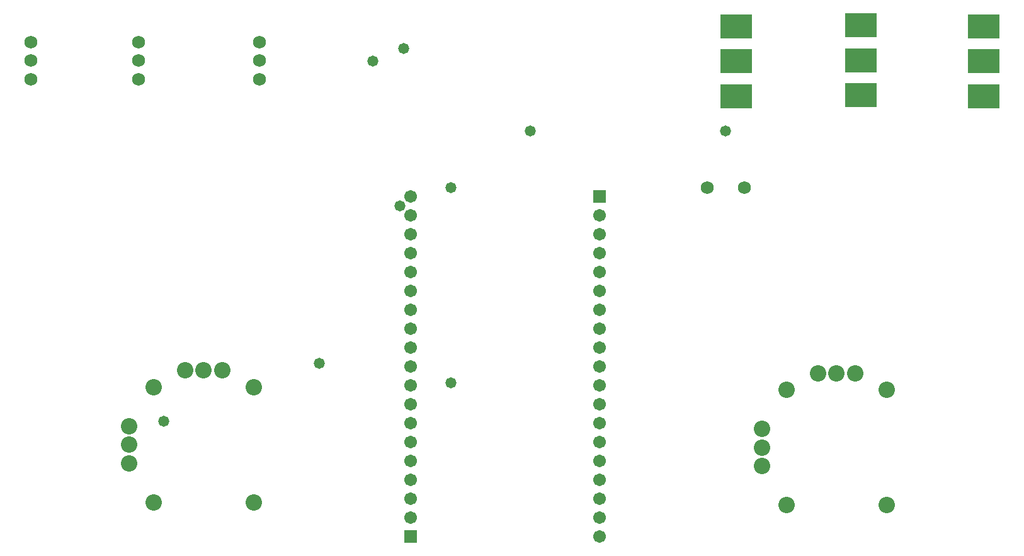
<source format=gbs>
G04*
G04 #@! TF.GenerationSoftware,Altium Limited,Altium Designer,21.4.1 (30)*
G04*
G04 Layer_Color=16711935*
%FSLAX25Y25*%
%MOIN*%
G70*
G04*
G04 #@! TF.SameCoordinates,E3ABAEE7-5D4E-4445-B66A-D27F58F8AFC5*
G04*
G04*
G04 #@! TF.FilePolarity,Negative*
G04*
G01*
G75*
%ADD25R,0.06706X0.06706*%
%ADD26C,0.06706*%
%ADD27C,0.08674*%
%ADD28C,0.06800*%
%ADD29R,0.16548X0.12611*%
%ADD30C,0.05800*%
D25*
X349500Y165000D02*
D03*
X449500Y345000D02*
D03*
D26*
X349500Y175000D02*
D03*
Y185000D02*
D03*
Y195000D02*
D03*
Y205000D02*
D03*
Y215000D02*
D03*
Y225000D02*
D03*
Y235000D02*
D03*
Y245000D02*
D03*
Y255000D02*
D03*
Y265000D02*
D03*
Y275000D02*
D03*
Y285000D02*
D03*
Y295000D02*
D03*
Y305000D02*
D03*
Y315000D02*
D03*
Y325000D02*
D03*
Y335000D02*
D03*
Y345000D02*
D03*
X449500Y335000D02*
D03*
Y325000D02*
D03*
Y315000D02*
D03*
Y305000D02*
D03*
Y295000D02*
D03*
Y285000D02*
D03*
Y275000D02*
D03*
Y265000D02*
D03*
Y255000D02*
D03*
Y245000D02*
D03*
Y235000D02*
D03*
Y225000D02*
D03*
Y215000D02*
D03*
Y205000D02*
D03*
Y195000D02*
D03*
Y185000D02*
D03*
Y175000D02*
D03*
Y165000D02*
D03*
D27*
X200630Y213500D02*
D03*
Y223343D02*
D03*
Y203657D02*
D03*
X240000Y252870D02*
D03*
X230157D02*
D03*
X249843D02*
D03*
X213425Y244012D02*
D03*
X266575D02*
D03*
X213425Y182988D02*
D03*
X266575D02*
D03*
X535630Y212000D02*
D03*
Y221843D02*
D03*
Y202157D02*
D03*
X575000Y251370D02*
D03*
X565157D02*
D03*
X584843D02*
D03*
X548425Y242512D02*
D03*
X601575D02*
D03*
X548425Y181488D02*
D03*
X601575D02*
D03*
D28*
X526185Y349500D02*
D03*
X506500D02*
D03*
X205500Y426685D02*
D03*
Y416843D02*
D03*
Y407000D02*
D03*
X148500Y426685D02*
D03*
Y416843D02*
D03*
Y407000D02*
D03*
X269500Y426685D02*
D03*
Y416843D02*
D03*
Y407000D02*
D03*
D29*
X522000Y398085D02*
D03*
Y416589D02*
D03*
Y435093D02*
D03*
X588000Y435600D02*
D03*
Y417096D02*
D03*
Y398593D02*
D03*
X653000Y398085D02*
D03*
Y416589D02*
D03*
Y435093D02*
D03*
D30*
X345900Y423400D02*
D03*
X218900Y225900D02*
D03*
X301300Y256700D02*
D03*
X370800Y246300D02*
D03*
Y349700D02*
D03*
X329500Y416500D02*
D03*
X344000Y340000D02*
D03*
X412800Y379700D02*
D03*
X516200D02*
D03*
M02*

</source>
